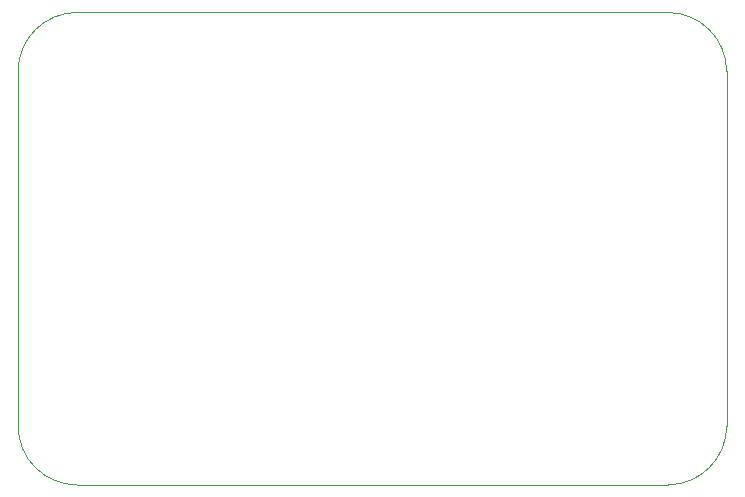
<source format=gko>
G04*
G04 #@! TF.GenerationSoftware,Altium Limited,Altium Designer,22.8.2 (66)*
G04*
G04 Layer_Color=16711935*
%FSAX25Y25*%
%MOIN*%
G70*
G04*
G04 #@! TF.SameCoordinates,F4A2C5FB-41C3-4025-BEE9-57CBDAA8531C*
G04*
G04*
G04 #@! TF.FilePolarity,Positive*
G04*
G01*
G75*
%ADD91C,0.00197*%
D91*
X0385827Y0744291D02*
G03*
X0405512Y0724606I0019685J0000000D01*
G01*
X0602362Y0724606D02*
G03*
X0622047Y0744291I0000000J0019685D01*
G01*
X0622047Y0862402D02*
G03*
X0602362Y0882087I-0019685J0000000D01*
G01*
X0405512Y0882087D02*
G03*
X0385827Y0862402I0000000J-0019685D01*
G01*
X0622047D02*
X0622047Y0744291D01*
X0405512Y0882087D02*
X0602362Y0882087D01*
X0405512Y0724606D02*
X0602362Y0724606D01*
X0385827Y0862402D02*
X0385827Y0744291D01*
M02*

</source>
